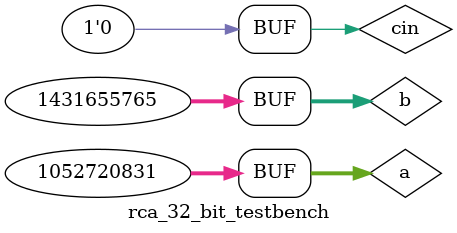
<source format=v>
`timescale 1ns / 1ps


module rca_32_bit_testbench;

	// Inputs
	reg [31:0] a;
	reg [31:0] b;
	reg cin;

	// Outputs
	wire cout;
	wire [31:0] sum;

	// Instantiate the Unit Under Test (UUT)
	rca_32_bit uut (
		.a(a), 
		.b(b), 
		.cin(cin), 
		.cout(cout), 
		.sum(sum)
	);

	initial begin
		// Initialize Inputs
		a = 32'b00111110101111110011111010111111;
		b = 32'b01010101010101010101010101010101;
		cin = 0;

		// Wait 100 ns for global reset to finish
		#100;
        
		// Add stimulus here

	end
      
endmodule


</source>
